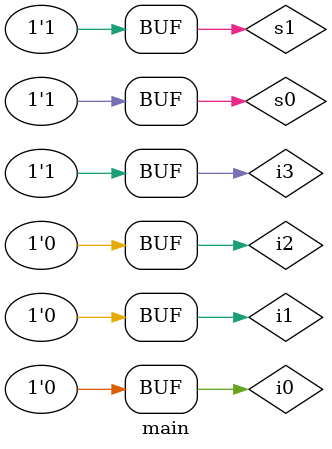
<source format=sv>
module mux(OUT, I0, I1, I2, I3, S1, S0);
  input I0, I1, I2, I3, S1, S0;
  output OUT;
  assign OUT = ~S1&~S0&I0 | ~S1&S0&I1 | S1&~S0&I2 | S1&S0&I3;
endmodule

// Testbench
module main;
  reg i0, i1, i2, i3, s1, s0;
  reg [4:0]acc;
  wire y;
  
  mux mux_test(y, i0, i1, i2, i3, s1, s0);
  initial begin
    $display("S1 S0 | I0 I1 I2 I3 | Y");
    #5; {i0, i1, i2, i3, s1, s0} = 6'b100000;
    $monitor(" %b  %b |  %b  %b  %b  %b | %b", s1, s0, i0, i1, i2, i3, y);
    #5; {i0, i1, i2, i3, s1, s0} = 6'b010001;
    #5; {i0, i1, i2, i3, s1, s0} = 6'b001010;
    #5; {i0, i1, i2, i3, s1, s0} = 6'b000111;
  end
endmodule

// Output
// S1 S0 | I0 I1 I2 I3 | Y
//  0  0 |  1  0  0  0 | 1
//  0  1 |  0  1  0  0 | 1
//  1  0 |  0  0  1  0 | 1
//  1  1 |  0  0  0  1 | 1
// Done
</source>
